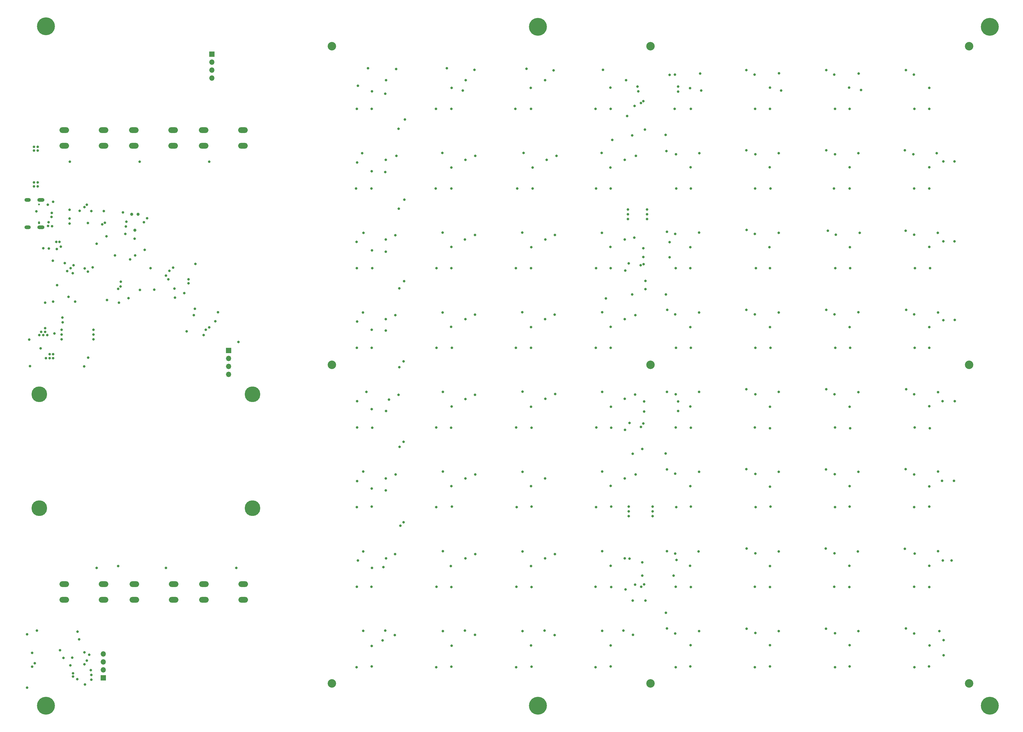
<source format=gbr>
%TF.GenerationSoftware,KiCad,Pcbnew,(6.0.4-0)*%
%TF.CreationDate,2022-10-22T13:55:48-04:00*%
%TF.ProjectId,chess-board-iot,63686573-732d-4626-9f61-72642d696f74,A*%
%TF.SameCoordinates,Original*%
%TF.FileFunction,Soldermask,Bot*%
%TF.FilePolarity,Negative*%
%FSLAX46Y46*%
G04 Gerber Fmt 4.6, Leading zero omitted, Abs format (unit mm)*
G04 Created by KiCad (PCBNEW (6.0.4-0)) date 2022-10-22 13:55:48*
%MOMM*%
%LPD*%
G01*
G04 APERTURE LIST*
%ADD10C,5.700000*%
%ADD11O,3.048000X1.850000*%
%ADD12C,2.700000*%
%ADD13C,0.991000*%
%ADD14R,1.700000X1.700000*%
%ADD15O,1.700000X1.700000*%
%ADD16O,0.600000X0.950000*%
%ADD17C,0.600000*%
%ADD18O,2.300000X1.200000*%
%ADD19O,2.000000X1.200000*%
%ADD20C,5.000000*%
%ADD21C,0.800000*%
G04 APERTURE END LIST*
D10*
%TO.C,H110*%
X59000000Y-25400000D03*
%TD*%
%TO.C,H111*%
X215900000Y-25500000D03*
%TD*%
%TO.C,H112*%
X360000000Y-25500000D03*
%TD*%
%TO.C,H113*%
X360000000Y-242000000D03*
%TD*%
%TO.C,H114*%
X215900000Y-242000000D03*
%TD*%
%TO.C,H115*%
X59000000Y-242000000D03*
%TD*%
D11*
%TO.C,SW107*%
X64870000Y-63460000D03*
X77370000Y-63460000D03*
X77370000Y-58460000D03*
X64870000Y-58460000D03*
%TD*%
D12*
%TO.C,H104*%
X353454580Y-31750000D03*
%TD*%
D13*
%TO.C,J104*%
X87376000Y-90424000D03*
X88391000Y-85344000D03*
X86361000Y-85344000D03*
%TD*%
D14*
%TO.C,OLED102*%
X111961000Y-34260000D03*
D15*
X111961000Y-36800000D03*
X111961000Y-39340000D03*
X111961000Y-41880000D03*
%TD*%
D12*
%TO.C,H109*%
X251854580Y-133350000D03*
%TD*%
%TO.C,H108*%
X353454580Y-234950000D03*
%TD*%
%TO.C,H101*%
X251854580Y-31750000D03*
%TD*%
%TO.C,H107*%
X150254580Y-31750000D03*
%TD*%
D11*
%TO.C,SW108*%
X109320000Y-63460000D03*
X121820000Y-63460000D03*
X121820000Y-58460000D03*
X109320000Y-58460000D03*
%TD*%
%TO.C,SW106*%
X87222000Y-203240000D03*
X99722000Y-203240000D03*
X87222000Y-208240000D03*
X99722000Y-208240000D03*
%TD*%
D16*
%TO.C,J101*%
X56850000Y-87980000D03*
D17*
X56850000Y-82200000D03*
D18*
X57425000Y-89415000D03*
X57425000Y-80765000D03*
D19*
X53150000Y-89415000D03*
X53150000Y-80765000D03*
%TD*%
D11*
%TO.C,SW109*%
X87095000Y-63460000D03*
X99595000Y-63460000D03*
X87095000Y-58460000D03*
X99595000Y-58460000D03*
%TD*%
D12*
%TO.C,H106*%
X150254580Y-133350000D03*
%TD*%
D11*
%TO.C,SW104*%
X109447000Y-203240000D03*
X121947000Y-203240000D03*
X121947000Y-208240000D03*
X109447000Y-208240000D03*
%TD*%
D15*
%TO.C,J105*%
X117282000Y-136329000D03*
X117282000Y-133789000D03*
X117282000Y-131249000D03*
D14*
X117282000Y-128709000D03*
D20*
X56932000Y-179069000D03*
X124932000Y-142749000D03*
X56932000Y-142749000D03*
X124932000Y-179069000D03*
%TD*%
D12*
%TO.C,H103*%
X353454580Y-133350000D03*
%TD*%
%TO.C,H105*%
X251854580Y-234950000D03*
%TD*%
D14*
%TO.C,OLED101*%
X77319800Y-233125800D03*
D15*
X77319800Y-230585800D03*
X77319800Y-228045800D03*
X77319800Y-225505800D03*
%TD*%
D12*
%TO.C,H102*%
X150254580Y-234950000D03*
%TD*%
D11*
%TO.C,SW105*%
X77370000Y-203240000D03*
X64870000Y-203240000D03*
X77370000Y-208240000D03*
X64870000Y-208240000D03*
%TD*%
D21*
X64375000Y-119800000D03*
X57375000Y-128100000D03*
X53950000Y-133725000D03*
X53700000Y-125250000D03*
X100150000Y-111900000D03*
X85350000Y-112050000D03*
X66225000Y-111625000D03*
X62575000Y-107925000D03*
X87300000Y-93075000D03*
X72390000Y-88138000D03*
X333250000Y-217425000D03*
X343925000Y-218200000D03*
X335975000Y-229750000D03*
X310625000Y-229750000D03*
X285075000Y-229750000D03*
X259850000Y-229750000D03*
X256750000Y-212400000D03*
X221225000Y-219475000D03*
X234275000Y-229725000D03*
X195825000Y-219450000D03*
X208950000Y-229750000D03*
X185600000Y-218200000D03*
X183450000Y-229750000D03*
X188375000Y-222850000D03*
X158100000Y-229725000D03*
X162950000Y-223000000D03*
X160200000Y-218175000D03*
X332950000Y-192025000D03*
X343525000Y-192775000D03*
X335925000Y-204100000D03*
X310425000Y-204100000D03*
X285075000Y-204100000D03*
X264400000Y-197425000D03*
X259825000Y-204100000D03*
X243850000Y-204975000D03*
X234275000Y-204075000D03*
X209075000Y-204100000D03*
X213750000Y-197500000D03*
X195930000Y-193690000D03*
X183590000Y-204090000D03*
X170370000Y-193690000D03*
X162960000Y-198070000D03*
X158150000Y-204110000D03*
X343490000Y-116620000D03*
X343490000Y-167390000D03*
X333150000Y-166630000D03*
X335890000Y-178690000D03*
X310680000Y-178690000D03*
X285360000Y-178700000D03*
X260010000Y-178690000D03*
X256680000Y-161630000D03*
X234490000Y-178690000D03*
X195940000Y-168290000D03*
X209150000Y-178700000D03*
X170500000Y-168280000D03*
X183520000Y-178690000D03*
X162930000Y-172790000D03*
X158150000Y-178720000D03*
X160200000Y-167390000D03*
X343540000Y-142000000D03*
X336040000Y-153290000D03*
X310640000Y-153300000D03*
X307850000Y-141090000D03*
X264520000Y-146640000D03*
X267310000Y-141980000D03*
X259860000Y-153300000D03*
X243720000Y-154070000D03*
X234570000Y-153310000D03*
X221390000Y-142630000D03*
X208970000Y-153290000D03*
X195810000Y-142860000D03*
X162930000Y-147430000D03*
X171480000Y-142900000D03*
X183520000Y-153290000D03*
X158240000Y-153310000D03*
X161240000Y-141980000D03*
X256740000Y-110850000D03*
X333340000Y-115830000D03*
X336100000Y-127910000D03*
X310740000Y-127900000D03*
X307870000Y-115830000D03*
X285300000Y-127900000D03*
X259920000Y-127890000D03*
X234350000Y-127890000D03*
X221220000Y-117350000D03*
X208880000Y-127900000D03*
X195820000Y-117340000D03*
X185520000Y-116610000D03*
X183590000Y-127890000D03*
X162940000Y-122180000D03*
X158200000Y-127900000D03*
X160160000Y-116600000D03*
X336170000Y-102490000D03*
X333200000Y-90530000D03*
X308360000Y-90570000D03*
X310750000Y-102490000D03*
X285390000Y-102490000D03*
X259840000Y-102490000D03*
X264550000Y-95780000D03*
X243740000Y-103250000D03*
X234430000Y-102480000D03*
X221340000Y-91950000D03*
X195820000Y-91940000D03*
X208910000Y-102500000D03*
X170470000Y-91960000D03*
X183570000Y-102490000D03*
X162970000Y-96810000D03*
X158180000Y-102500000D03*
X160250000Y-91210000D03*
X343060000Y-65810000D03*
X335930000Y-77090000D03*
X332960000Y-64910000D03*
X310320000Y-77080000D03*
X307840000Y-64920000D03*
X285180000Y-77090000D03*
X256600000Y-60010000D03*
X260020000Y-77060000D03*
X221850000Y-66690000D03*
X234460000Y-77100000D03*
X195900000Y-66670000D03*
X209320000Y-77100000D03*
X188290000Y-70390000D03*
X162950000Y-71560000D03*
X157890000Y-77100000D03*
X159900000Y-65800000D03*
X170770000Y-66670000D03*
X310642000Y-51714400D03*
X318973200Y-45720000D03*
X335940400Y-51714400D03*
X333248000Y-39370000D03*
X307898800Y-39370000D03*
X293471600Y-45872400D03*
X267970000Y-45821600D03*
X285140400Y-51714400D03*
X259486400Y-51663600D03*
X208737200Y-51714400D03*
X234289600Y-51714400D03*
X220929200Y-39420800D03*
X195681600Y-39268400D03*
X191922400Y-45821600D03*
X161696400Y-38760400D03*
X162966400Y-46126400D03*
X158140400Y-51714400D03*
X183438800Y-51663600D03*
X170738800Y-39014400D03*
X52982600Y-219212400D03*
X52998200Y-236310000D03*
X67698200Y-232710000D03*
X63548200Y-224360000D03*
X69086200Y-218399600D03*
X71270600Y-225029000D03*
X71473800Y-235265200D03*
X73505800Y-233690400D03*
X73505800Y-232166400D03*
X56166200Y-218060000D03*
X61341000Y-113157000D03*
X59944000Y-96266000D03*
X239040000Y-95760000D03*
X106172000Y-117475000D03*
X236400000Y-192775000D03*
X282410000Y-141090000D03*
X289925000Y-197475000D03*
X318560000Y-91200000D03*
X307700000Y-191900000D03*
X315360000Y-95780000D03*
X236626400Y-39217600D03*
X186842400Y-38760400D03*
X264427580Y-45085000D03*
X247190000Y-66680000D03*
X236425000Y-218125000D03*
X315200000Y-197400000D03*
X113025000Y-119450000D03*
X210960000Y-116580000D03*
X282420000Y-166620000D03*
X210880000Y-91170000D03*
X318110000Y-65800000D03*
X289780000Y-95780000D03*
X289940000Y-121310000D03*
X73475000Y-84275000D03*
X239064800Y-44958000D03*
X106553000Y-115443000D03*
X250203580Y-109220000D03*
X257110000Y-115810000D03*
X264590000Y-70360000D03*
X188170000Y-197520000D03*
X245125000Y-195150000D03*
X340730000Y-70310000D03*
X267175000Y-192800000D03*
X120450000Y-126050000D03*
X66600000Y-83850000D03*
X318080000Y-142020000D03*
X170470000Y-117500000D03*
X267310000Y-116600000D03*
X292730000Y-167420000D03*
X292700000Y-218250000D03*
X318090000Y-116590000D03*
X267320000Y-167400000D03*
X285100000Y-153290000D03*
X264510000Y-121290000D03*
X213700000Y-146680000D03*
X282450000Y-217450000D03*
X257060000Y-90860000D03*
X239160000Y-146690000D03*
X333310000Y-141100000D03*
X340775000Y-222825000D03*
X82900000Y-106800000D03*
X292680000Y-116610000D03*
X292700000Y-192850000D03*
X315330000Y-121270000D03*
X92400000Y-102500000D03*
X246930000Y-142800000D03*
X267370000Y-65800000D03*
X185470000Y-65780000D03*
X72848200Y-225810000D03*
X211025000Y-218225000D03*
X340715600Y-45008800D03*
X239130000Y-171960000D03*
X211010000Y-141880000D03*
X58166000Y-96139000D03*
X340725000Y-197400000D03*
X247100000Y-168280000D03*
X246980000Y-117490000D03*
X307760000Y-166650000D03*
X236390000Y-141980000D03*
X183340000Y-77100000D03*
X250076580Y-58293000D03*
X340740000Y-95760000D03*
X213720000Y-171990000D03*
X315320000Y-171990000D03*
X289950000Y-222750000D03*
X267270000Y-91180000D03*
X211370000Y-65790000D03*
X264480000Y-172010000D03*
X188340000Y-172020000D03*
X257025000Y-217425000D03*
X318110000Y-167400000D03*
X236420000Y-167390000D03*
X239150000Y-222800000D03*
X257080000Y-141980000D03*
X88963500Y-109410500D03*
X282410000Y-115830000D03*
X315163200Y-44958000D03*
X78486000Y-112649000D03*
X246660000Y-92740000D03*
X170275000Y-219475000D03*
X318160400Y-40436800D03*
X289930000Y-172140000D03*
X67398578Y-226659622D03*
X236430000Y-116580000D03*
X213750000Y-222800000D03*
X315300000Y-222750000D03*
X72517000Y-131064000D03*
X188366400Y-45008800D03*
X54608200Y-225156000D03*
X213760000Y-95790000D03*
X236330000Y-91200000D03*
X257075000Y-192775000D03*
X292720000Y-141970000D03*
X66554928Y-88300000D03*
X264575000Y-222750000D03*
X211025000Y-192825000D03*
X307800000Y-217475000D03*
X160200000Y-192800000D03*
X188360000Y-146630000D03*
X289930000Y-146660000D03*
X211000000Y-167400000D03*
X185600000Y-167390000D03*
X239150000Y-197400000D03*
X185630000Y-141970000D03*
X267614400Y-40436800D03*
X239040000Y-70370000D03*
X213614000Y-45008800D03*
X257030000Y-166690000D03*
X340750000Y-121260000D03*
X61290200Y-81305400D03*
X282440000Y-90310000D03*
X315340000Y-70310000D03*
X282425000Y-191900000D03*
X292710000Y-65810000D03*
X317925000Y-192850000D03*
X289820000Y-70310000D03*
X318075000Y-218225000D03*
X292760400Y-40386000D03*
X292740000Y-91220000D03*
X221300000Y-193700000D03*
X340750000Y-146550000D03*
X256934580Y-65151000D03*
X58801000Y-113538000D03*
X213710000Y-121280000D03*
X257911600Y-40894000D03*
X282346400Y-39370000D03*
X239150000Y-121230000D03*
X250203580Y-208534000D03*
X185620000Y-192790000D03*
X185490000Y-91180000D03*
X212242400Y-38912800D03*
X249187580Y-160147000D03*
X214210000Y-70370000D03*
X188190000Y-121190000D03*
X72390000Y-103632000D03*
X343420000Y-91220000D03*
X315340000Y-146650000D03*
X61722000Y-123317000D03*
X59690000Y-89027000D03*
X90551000Y-96647000D03*
X267300000Y-218200000D03*
X282390000Y-64910000D03*
X246225000Y-219456000D03*
X236240000Y-65790000D03*
X340720000Y-172080000D03*
X289915600Y-44958000D03*
X250203580Y-106553000D03*
X84700000Y-87700000D03*
X188330000Y-95740000D03*
X289954580Y-204216000D03*
X188481580Y-127889000D03*
X340754580Y-178562000D03*
X239154580Y-127889000D03*
X162827580Y-77089000D03*
X56415800Y-65014800D03*
X239154580Y-229489000D03*
X213881580Y-153416000D03*
X214262580Y-77089000D03*
X264681580Y-153416000D03*
X239154580Y-51689000D03*
X340754580Y-77089000D03*
X188354580Y-77089000D03*
X289954580Y-229489000D03*
X239281580Y-178562000D03*
X239281580Y-204216000D03*
X213881580Y-229616000D03*
X340754580Y-51689000D03*
X264681580Y-204216000D03*
X188354580Y-102489000D03*
X87503000Y-98425000D03*
X56415800Y-63814800D03*
X162954580Y-127889000D03*
X55215800Y-65014800D03*
X290081580Y-127889000D03*
X340627580Y-229489000D03*
X289954580Y-51689000D03*
X340754580Y-127889000D03*
X163081580Y-153416000D03*
X264681580Y-127889000D03*
X188354580Y-51689000D03*
X162954580Y-229514400D03*
X264681580Y-51689000D03*
X162954580Y-178562000D03*
X188481580Y-178562000D03*
X239154580Y-77089000D03*
X315481580Y-102489000D03*
X163081580Y-102489000D03*
X61341000Y-131191000D03*
X60198000Y-129921000D03*
X289954580Y-102489000D03*
X162954580Y-51689000D03*
X315227580Y-204216000D03*
X162827580Y-204089000D03*
X213881580Y-178562000D03*
X188227580Y-153416000D03*
X315354580Y-77089000D03*
X239154580Y-102489000D03*
X213754580Y-102489000D03*
X55215800Y-63814800D03*
X59055000Y-131191000D03*
X315354580Y-178562000D03*
X264554580Y-229489000D03*
X60198000Y-131191000D03*
X340995000Y-102489000D03*
X264681580Y-77089000D03*
X315481580Y-153543000D03*
X188354580Y-229616000D03*
X315354580Y-229489000D03*
X239281580Y-153416000D03*
X289954580Y-153543000D03*
X213754580Y-127889000D03*
X213881580Y-204216000D03*
X213754580Y-51689000D03*
X315354580Y-51689000D03*
X188354580Y-204216000D03*
X264681580Y-178562000D03*
X340881580Y-153543000D03*
X264554580Y-102489000D03*
X69800000Y-84200000D03*
X290081580Y-77089000D03*
X290081580Y-178562000D03*
X315481580Y-127889000D03*
X340754580Y-204216000D03*
X61341000Y-129921000D03*
X58166000Y-123825000D03*
X192672580Y-93345000D03*
X244602000Y-86817200D03*
X285128580Y-117221000D03*
X103886000Y-122682000D03*
X167399580Y-93345000D03*
X246888000Y-203454000D03*
X250698000Y-85344000D03*
X167209580Y-218059000D03*
X192799580Y-67945000D03*
X252526800Y-181533800D03*
X167399580Y-169545000D03*
X218326580Y-144145500D03*
X192799580Y-118745000D03*
X259728580Y-117221000D03*
X310650000Y-218950000D03*
X285128580Y-91567000D03*
X335674580Y-66167000D03*
X73318200Y-230680000D03*
X84328000Y-91567000D03*
X239662580Y-61595000D03*
X244856000Y-180086000D03*
X192799580Y-169545000D03*
X74168000Y-123698000D03*
X106700000Y-101100000D03*
X285225000Y-218850000D03*
X167526580Y-195072000D03*
X167526580Y-42545500D03*
X244348000Y-53975000D03*
X336050000Y-193500000D03*
X259675000Y-218975000D03*
X259982580Y-66167000D03*
X88900000Y-68580000D03*
X259855580Y-142748000D03*
X218199580Y-42545000D03*
X244602000Y-85344000D03*
X68984600Y-233538000D03*
X244856000Y-100965000D03*
X310575000Y-168175000D03*
X218326580Y-93345000D03*
X97282000Y-198120000D03*
X74168000Y-122174000D03*
X310909580Y-91821000D03*
X69619600Y-220838000D03*
X81026000Y-98425000D03*
X252526800Y-178562000D03*
X285225000Y-193450000D03*
X218199580Y-118745000D03*
X58801000Y-122809000D03*
X335925000Y-168300000D03*
X285001580Y-40767000D03*
X243599580Y-144145000D03*
X192799580Y-195072000D03*
X259728580Y-193548000D03*
X250698000Y-83820000D03*
X244856000Y-178562000D03*
X335928580Y-117221000D03*
X64262000Y-118237000D03*
X243218580Y-218059000D03*
X57531000Y-122809000D03*
X335801580Y-40767000D03*
X335925000Y-219000000D03*
X259601580Y-40767000D03*
X119761000Y-198120000D03*
X285255580Y-66167000D03*
X66675000Y-68580000D03*
X259728580Y-91567000D03*
X243599580Y-195072000D03*
X335928580Y-91821000D03*
X245110000Y-151892000D03*
X82296000Y-113538000D03*
X192926580Y-42545000D03*
X310655580Y-66167000D03*
X310475000Y-193450000D03*
X167399580Y-67945000D03*
X310401580Y-40767000D03*
X246761000Y-50800000D03*
X64008000Y-122174000D03*
X75184000Y-198120000D03*
X259725000Y-168000000D03*
X310528580Y-117221000D03*
X168415580Y-144399000D03*
X243599580Y-93345000D03*
X59436000Y-123825000D03*
X103124000Y-110490000D03*
X243599580Y-118745000D03*
X252526800Y-180086000D03*
X310528580Y-142748000D03*
X64008000Y-123698000D03*
X192799580Y-144272000D03*
X244602000Y-83820000D03*
X218072580Y-218059000D03*
X243599580Y-169545000D03*
X218707580Y-67945000D03*
X244856000Y-181559200D03*
X192672580Y-218059000D03*
X218199580Y-169545500D03*
X64008000Y-125222000D03*
X335928580Y-142748000D03*
X74168000Y-125222000D03*
X218199580Y-195072000D03*
X250698000Y-86842600D03*
X60960000Y-89154000D03*
X111125000Y-68580000D03*
X100000000Y-109050000D03*
X243987029Y-42545000D03*
X56896000Y-123825000D03*
X243599580Y-67945000D03*
X285255580Y-142748000D03*
X167399580Y-118745000D03*
X58801000Y-121666000D03*
X285225000Y-168075000D03*
X237630580Y-112141000D03*
X55235000Y-75187800D03*
X56435000Y-76387800D03*
X59613800Y-82296000D03*
X56435000Y-75187800D03*
X55235000Y-76387800D03*
X66600000Y-86700000D03*
X59850000Y-87875000D03*
X84500000Y-89200000D03*
X85900000Y-99700000D03*
X166383580Y-221234000D03*
X345326580Y-221107000D03*
X158509580Y-195707000D03*
X345326580Y-225933000D03*
X166637580Y-197866000D03*
X249187580Y-196342000D03*
X260109580Y-195580000D03*
X259220580Y-200533000D03*
X249187580Y-200533000D03*
X158255580Y-170434000D03*
X173114580Y-183515000D03*
X347866580Y-195707000D03*
X345072580Y-195707000D03*
X167399580Y-173355000D03*
X172098580Y-184658000D03*
X158255580Y-144907000D03*
X173114580Y-157861000D03*
X344818580Y-170307000D03*
X348628580Y-170307000D03*
X167526580Y-148082000D03*
X171844580Y-159512000D03*
X249822580Y-145034000D03*
X260617580Y-145034000D03*
X260617580Y-148082000D03*
X249822580Y-148209000D03*
X348882580Y-144907000D03*
X173114580Y-132207000D03*
X158255580Y-119507000D03*
X344945580Y-144907000D03*
X167399580Y-122428000D03*
X171717580Y-134112000D03*
X158128580Y-94107000D03*
X345199580Y-119126000D03*
X348882580Y-118999000D03*
X173241580Y-106680000D03*
X167399580Y-97282000D03*
X171717580Y-108966000D03*
X257950580Y-94234000D03*
X249568580Y-96139000D03*
X249568580Y-98933000D03*
X257950580Y-99060000D03*
X158255580Y-68834000D03*
X345199580Y-93980000D03*
X348755580Y-93980000D03*
X173368580Y-80645000D03*
X167272580Y-71882000D03*
X171590580Y-83566000D03*
X348755580Y-68453000D03*
X345199580Y-68453000D03*
X158509580Y-44323000D03*
X173495580Y-55118000D03*
X171463580Y-58039000D03*
X167272580Y-46863000D03*
X247663580Y-44577000D03*
X260617580Y-44577000D03*
X247917580Y-46101000D03*
X260617580Y-46228000D03*
X98081500Y-106045000D03*
X97282000Y-104902000D03*
X98425000Y-103378000D03*
X99568000Y-102362000D03*
X78363299Y-92333299D03*
X77450000Y-84325000D03*
X83566000Y-84709000D03*
X75184000Y-94704500D03*
X63754000Y-95631000D03*
X63373000Y-94107000D03*
X77851000Y-88011000D03*
X90300000Y-87850000D03*
X91313000Y-86614000D03*
X62357000Y-94107000D03*
X76962000Y-88519000D03*
X62484000Y-96393000D03*
X246139580Y-208534000D03*
X246012580Y-110871000D03*
X113919000Y-116586000D03*
X246012580Y-60198000D03*
X246139580Y-161671000D03*
X65049400Y-100863400D03*
X82042000Y-109093000D03*
X71374000Y-102616000D03*
X71247000Y-133858000D03*
X61264800Y-100126800D03*
X82804000Y-108368500D03*
X93599000Y-109347000D03*
X73914000Y-102235000D03*
X72030920Y-82277512D03*
X60900000Y-84860000D03*
X71288456Y-83019976D03*
X55980000Y-84350000D03*
X60810500Y-86115000D03*
X248806580Y-153162000D03*
X248855080Y-204089000D03*
X248679580Y-101600000D03*
X248750207Y-49849821D03*
X104521000Y-107315000D03*
X249531080Y-152034942D03*
X249598267Y-101206277D03*
X249822580Y-203327000D03*
X249568580Y-49276000D03*
X104521000Y-106045000D03*
X66851000Y-229143800D03*
X68368400Y-113174000D03*
X109347000Y-123825000D03*
X82042000Y-197485000D03*
X109982000Y-122174000D03*
X111125000Y-121412000D03*
X66878200Y-102489000D03*
X71298200Y-228790000D03*
X54648200Y-229540000D03*
X65800000Y-103400000D03*
X67698200Y-231690000D03*
X72028200Y-227620000D03*
X55488200Y-228460000D03*
X67564000Y-104114600D03*
X64648200Y-226810000D03*
X67792600Y-101537100D03*
M02*

</source>
